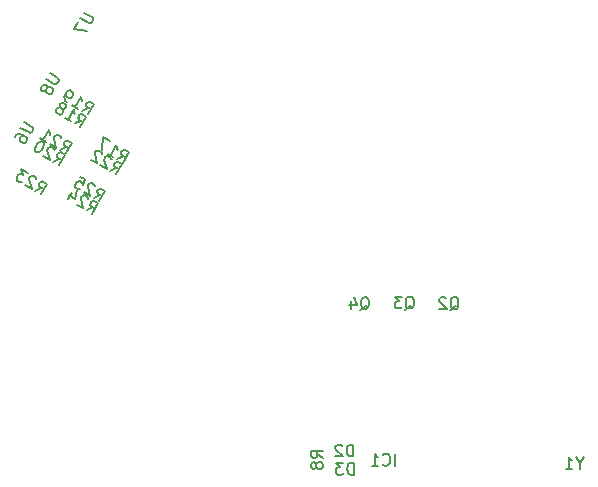
<source format=gbo>
G04 #@! TF.GenerationSoftware,KiCad,Pcbnew,(5.1.6)-1*
G04 #@! TF.CreationDate,2021-01-06T20:51:57+08:00*
G04 #@! TF.ProjectId,main_V1.0,6d61696e-5f56-4312-9e30-2e6b69636164,rev?*
G04 #@! TF.SameCoordinates,Original*
G04 #@! TF.FileFunction,Legend,Bot*
G04 #@! TF.FilePolarity,Positive*
%FSLAX46Y46*%
G04 Gerber Fmt 4.6, Leading zero omitted, Abs format (unit mm)*
G04 Created by KiCad (PCBNEW (5.1.6)-1) date 2021-01-06 20:51:57*
%MOMM*%
%LPD*%
G01*
G04 APERTURE LIST*
%ADD10C,0.150000*%
G04 APERTURE END LIST*
D10*
X37173240Y-7456901D02*
X37700010Y-7211175D01*
X37668111Y-7742616D02*
X38168111Y-6876590D01*
X37838197Y-6686114D01*
X37731909Y-6679734D01*
X37666860Y-6697164D01*
X37578002Y-6755833D01*
X37506573Y-6879551D01*
X37500193Y-6985839D01*
X37517623Y-7050888D01*
X37576292Y-7139747D01*
X37906207Y-7330223D01*
X37295706Y-6482878D02*
X37278276Y-6417830D01*
X37219607Y-6328971D01*
X37013411Y-6209924D01*
X36907123Y-6203544D01*
X36842074Y-6220974D01*
X36753215Y-6279643D01*
X36705596Y-6362121D01*
X36675407Y-6509649D01*
X36884565Y-7290235D01*
X36348454Y-6980711D01*
X36312343Y-5805162D02*
X36229864Y-5757543D01*
X36123576Y-5751163D01*
X36058527Y-5768593D01*
X35969669Y-5827262D01*
X35833191Y-5968410D01*
X35714144Y-6174606D01*
X35660145Y-6363373D01*
X35653765Y-6469661D01*
X35671195Y-6534710D01*
X35729864Y-6623568D01*
X35812343Y-6671187D01*
X35918631Y-6677567D01*
X35983680Y-6660137D01*
X36072538Y-6601468D01*
X36209015Y-6460320D01*
X36328063Y-6254124D01*
X36382062Y-6065357D01*
X36388441Y-5959069D01*
X36371012Y-5894020D01*
X36312343Y-5805162D01*
X40589540Y-10530301D02*
X41116310Y-10284575D01*
X41084411Y-10816016D02*
X41584411Y-9949990D01*
X41254497Y-9759514D01*
X41148209Y-9753134D01*
X41083160Y-9770564D01*
X40994302Y-9829233D01*
X40922873Y-9952951D01*
X40916493Y-10059239D01*
X40933923Y-10124288D01*
X40992592Y-10213147D01*
X41322507Y-10403623D01*
X40712006Y-9556278D02*
X40694576Y-9491230D01*
X40635907Y-9402371D01*
X40429711Y-9283324D01*
X40323423Y-9276944D01*
X40258374Y-9294374D01*
X40169515Y-9353043D01*
X40121896Y-9435521D01*
X40091707Y-9583049D01*
X40300865Y-10363635D01*
X39764754Y-10054111D01*
X39481207Y-8735705D02*
X39893600Y-8973800D01*
X39696744Y-9410002D01*
X39679314Y-9344954D01*
X39620645Y-9256095D01*
X39414448Y-9137048D01*
X39308160Y-9130668D01*
X39243112Y-9148098D01*
X39154253Y-9206767D01*
X39035206Y-9412963D01*
X39028826Y-9519251D01*
X39046256Y-9584300D01*
X39104925Y-9673159D01*
X39311121Y-9792206D01*
X39417409Y-9798586D01*
X39482458Y-9781156D01*
X39759300Y5150038D02*
X40460368Y4745276D01*
X40519037Y4656418D01*
X40536467Y4591369D01*
X40530087Y4485081D01*
X40434849Y4320123D01*
X40345991Y4261454D01*
X40280942Y4244025D01*
X40174654Y4250404D01*
X39473586Y4655166D01*
X39283109Y4325252D02*
X38949776Y3747902D01*
X40030087Y3619055D01*
X60015380Y-32535833D02*
X59539190Y-32202500D01*
X60015380Y-31964404D02*
X59015380Y-31964404D01*
X59015380Y-32345357D01*
X59063000Y-32440595D01*
X59110619Y-32488214D01*
X59205857Y-32535833D01*
X59348714Y-32535833D01*
X59443952Y-32488214D01*
X59491571Y-32440595D01*
X59539190Y-32345357D01*
X59539190Y-31964404D01*
X59443952Y-33107261D02*
X59396333Y-33012023D01*
X59348714Y-32964404D01*
X59253476Y-32916785D01*
X59205857Y-32916785D01*
X59110619Y-32964404D01*
X59063000Y-33012023D01*
X59015380Y-33107261D01*
X59015380Y-33297738D01*
X59063000Y-33392976D01*
X59110619Y-33440595D01*
X59205857Y-33488214D01*
X59253476Y-33488214D01*
X59348714Y-33440595D01*
X59396333Y-33392976D01*
X59443952Y-33297738D01*
X59443952Y-33107261D01*
X59491571Y-33012023D01*
X59539190Y-32964404D01*
X59634428Y-32916785D01*
X59824904Y-32916785D01*
X59920142Y-32964404D01*
X59967761Y-33012023D01*
X60015380Y-33107261D01*
X60015380Y-33297738D01*
X59967761Y-33392976D01*
X59920142Y-33440595D01*
X59824904Y-33488214D01*
X59634428Y-33488214D01*
X59539190Y-33440595D01*
X59491571Y-33392976D01*
X59443952Y-33297738D01*
X36863700Y6538D02*
X37564768Y-398223D01*
X37623437Y-487081D01*
X37640867Y-552130D01*
X37634487Y-658418D01*
X37539249Y-823376D01*
X37450391Y-882045D01*
X37385342Y-899474D01*
X37279054Y-893095D01*
X36577986Y-488333D01*
X36639616Y-1238729D02*
X36645995Y-1132441D01*
X36628565Y-1067392D01*
X36569896Y-978534D01*
X36528657Y-954725D01*
X36422369Y-948345D01*
X36357320Y-965775D01*
X36268462Y-1024444D01*
X36173224Y-1189401D01*
X36166844Y-1295689D01*
X36184274Y-1360738D01*
X36242943Y-1449596D01*
X36284182Y-1473406D01*
X36390470Y-1479786D01*
X36455519Y-1462356D01*
X36544377Y-1403687D01*
X36639616Y-1238729D01*
X36728474Y-1180060D01*
X36793523Y-1162631D01*
X36899811Y-1169010D01*
X37064768Y-1264248D01*
X37123437Y-1353107D01*
X37140867Y-1418156D01*
X37134487Y-1524444D01*
X37039249Y-1689401D01*
X36950391Y-1748070D01*
X36885342Y-1765500D01*
X36779054Y-1759120D01*
X36614097Y-1663882D01*
X36555427Y-1575024D01*
X36537998Y-1509975D01*
X36544377Y-1403687D01*
X34692000Y-4095561D02*
X35393068Y-4500323D01*
X35451737Y-4589181D01*
X35469167Y-4654230D01*
X35462787Y-4760518D01*
X35367549Y-4925476D01*
X35278691Y-4984145D01*
X35213642Y-5001574D01*
X35107354Y-4995195D01*
X34406286Y-4590433D01*
X33953905Y-5373980D02*
X34049143Y-5209022D01*
X34138001Y-5150353D01*
X34203050Y-5132923D01*
X34374387Y-5121873D01*
X34563154Y-5175872D01*
X34893068Y-5366348D01*
X34951737Y-5455207D01*
X34969167Y-5520256D01*
X34962787Y-5626544D01*
X34867549Y-5791501D01*
X34778691Y-5850170D01*
X34713642Y-5867600D01*
X34607354Y-5861220D01*
X34401157Y-5742172D01*
X34342488Y-5653314D01*
X34325058Y-5588265D01*
X34331438Y-5481977D01*
X34426676Y-5317020D01*
X34515535Y-5258351D01*
X34580583Y-5240921D01*
X34686872Y-5247301D01*
X40005340Y-11571701D02*
X40532110Y-11325975D01*
X40500211Y-11857416D02*
X41000211Y-10991390D01*
X40670297Y-10800914D01*
X40564009Y-10794534D01*
X40498960Y-10811964D01*
X40410102Y-10870633D01*
X40338673Y-10994351D01*
X40332293Y-11100639D01*
X40349723Y-11165688D01*
X40408392Y-11254547D01*
X40738307Y-11445023D01*
X40127806Y-10597678D02*
X40110376Y-10532630D01*
X40051707Y-10443771D01*
X39845511Y-10324724D01*
X39739223Y-10318344D01*
X39674174Y-10335774D01*
X39585315Y-10394443D01*
X39537696Y-10476921D01*
X39507507Y-10624449D01*
X39716665Y-11405035D01*
X39180554Y-11095511D01*
X38771579Y-10089589D02*
X38438246Y-10666940D01*
X39168252Y-9878722D02*
X39017306Y-10616360D01*
X38481195Y-10306836D01*
X35636540Y-9920701D02*
X36163310Y-9674975D01*
X36131411Y-10206416D02*
X36631411Y-9340390D01*
X36301497Y-9149914D01*
X36195209Y-9143534D01*
X36130160Y-9160964D01*
X36041302Y-9219633D01*
X35969873Y-9343351D01*
X35963493Y-9449639D01*
X35980923Y-9514688D01*
X36039592Y-9603547D01*
X36369507Y-9794023D01*
X35759006Y-8946678D02*
X35741576Y-8881630D01*
X35682907Y-8792771D01*
X35476711Y-8673724D01*
X35370423Y-8667344D01*
X35305374Y-8684774D01*
X35216515Y-8743443D01*
X35168896Y-8825921D01*
X35138707Y-8973449D01*
X35347865Y-9754035D01*
X34811754Y-9444511D01*
X35023078Y-8411819D02*
X34486967Y-8102295D01*
X34585166Y-8598876D01*
X34461448Y-8527448D01*
X34355160Y-8521068D01*
X34290112Y-8538498D01*
X34201253Y-8597167D01*
X34082206Y-8803363D01*
X34075826Y-8909651D01*
X34093256Y-8974700D01*
X34151925Y-9063559D01*
X34399360Y-9206416D01*
X34505649Y-9212795D01*
X34570697Y-9195366D01*
X41999240Y-8257001D02*
X42526010Y-8011275D01*
X42494111Y-8542716D02*
X42994111Y-7676690D01*
X42664197Y-7486214D01*
X42557909Y-7479834D01*
X42492860Y-7497264D01*
X42404002Y-7555933D01*
X42332573Y-7679651D01*
X42326193Y-7785939D01*
X42343623Y-7850988D01*
X42402292Y-7939847D01*
X42732207Y-8130323D01*
X42121706Y-7282978D02*
X42104276Y-7217930D01*
X42045607Y-7129071D01*
X41839411Y-7010024D01*
X41733123Y-7003644D01*
X41668074Y-7021074D01*
X41579215Y-7079743D01*
X41531596Y-7162221D01*
X41501407Y-7309749D01*
X41710565Y-8090335D01*
X41174454Y-7780811D01*
X41296920Y-6806788D02*
X41279490Y-6741739D01*
X41220821Y-6652881D01*
X41014625Y-6533833D01*
X40908337Y-6527453D01*
X40843288Y-6544883D01*
X40754429Y-6603552D01*
X40706810Y-6686031D01*
X40676621Y-6833558D01*
X40885778Y-7614144D01*
X40349667Y-7304621D01*
X37732040Y-6453601D02*
X38258810Y-6207875D01*
X38226911Y-6739316D02*
X38726911Y-5873290D01*
X38396997Y-5682814D01*
X38290709Y-5676434D01*
X38225660Y-5693864D01*
X38136802Y-5752533D01*
X38065373Y-5876251D01*
X38058993Y-5982539D01*
X38076423Y-6047588D01*
X38135092Y-6136447D01*
X38465007Y-6326923D01*
X37854506Y-5479578D02*
X37837076Y-5414530D01*
X37778407Y-5325671D01*
X37572211Y-5206624D01*
X37465923Y-5200244D01*
X37400874Y-5217674D01*
X37312015Y-5276343D01*
X37264396Y-5358821D01*
X37234207Y-5506349D01*
X37443365Y-6286935D01*
X36907254Y-5977411D01*
X36082467Y-5501221D02*
X36577339Y-5786935D01*
X36329903Y-5644078D02*
X36829903Y-4778052D01*
X36840953Y-4949389D01*
X36875813Y-5079487D01*
X36934482Y-5168345D01*
X39611640Y-3164301D02*
X40138410Y-2918575D01*
X40106511Y-3450016D02*
X40606511Y-2583990D01*
X40276597Y-2393514D01*
X40170309Y-2387134D01*
X40105260Y-2404564D01*
X40016402Y-2463233D01*
X39944973Y-2586951D01*
X39938593Y-2693239D01*
X39956023Y-2758288D01*
X40014692Y-2847147D01*
X40344607Y-3037623D01*
X38786854Y-2688111D02*
X39281725Y-2973825D01*
X39034289Y-2830968D02*
X39534289Y-1964943D01*
X39545339Y-2136280D01*
X39580199Y-2266377D01*
X39638868Y-2355236D01*
X38374460Y-2450016D02*
X38209503Y-2354778D01*
X38150834Y-2265919D01*
X38133404Y-2200870D01*
X38122354Y-2029534D01*
X38176353Y-1840767D01*
X38366829Y-1510852D01*
X38455688Y-1452183D01*
X38520737Y-1434753D01*
X38627025Y-1441133D01*
X38791982Y-1536371D01*
X38850651Y-1625230D01*
X38868081Y-1690278D01*
X38861701Y-1796567D01*
X38742653Y-2002763D01*
X38653795Y-2061432D01*
X38588746Y-2078862D01*
X38482458Y-2072482D01*
X38317501Y-1977244D01*
X38258832Y-1888386D01*
X38241402Y-1823337D01*
X38247782Y-1717049D01*
X38989340Y-4231101D02*
X39516110Y-3985375D01*
X39484211Y-4516816D02*
X39984211Y-3650790D01*
X39654297Y-3460314D01*
X39548009Y-3453934D01*
X39482960Y-3471364D01*
X39394102Y-3530033D01*
X39322673Y-3653751D01*
X39316293Y-3760039D01*
X39333723Y-3825088D01*
X39392392Y-3913947D01*
X39722307Y-4104423D01*
X38164554Y-3754911D02*
X38659425Y-4040625D01*
X38411989Y-3897768D02*
X38911989Y-3031743D01*
X38923039Y-3203080D01*
X38957899Y-3333177D01*
X39016568Y-3422036D01*
X37955396Y-2974325D02*
X38061684Y-2980705D01*
X38126733Y-2963275D01*
X38215591Y-2904606D01*
X38239401Y-2863367D01*
X38245781Y-2757078D01*
X38228351Y-2692030D01*
X38169682Y-2603171D01*
X38004725Y-2507933D01*
X37898437Y-2501553D01*
X37833388Y-2518983D01*
X37744529Y-2577652D01*
X37720720Y-2618892D01*
X37714340Y-2725180D01*
X37731770Y-2790229D01*
X37790439Y-2879087D01*
X37955396Y-2974325D01*
X38014065Y-3063183D01*
X38031495Y-3128232D01*
X38025115Y-3234520D01*
X37929877Y-3399478D01*
X37841019Y-3458147D01*
X37775970Y-3475576D01*
X37669682Y-3469197D01*
X37504725Y-3373959D01*
X37446056Y-3285100D01*
X37428626Y-3220051D01*
X37435006Y-3113763D01*
X37530244Y-2948806D01*
X37619102Y-2890137D01*
X37684151Y-2872707D01*
X37790439Y-2879087D01*
X42608840Y-7253701D02*
X43135610Y-7007975D01*
X43103711Y-7539416D02*
X43603711Y-6673390D01*
X43273797Y-6482914D01*
X43167509Y-6476534D01*
X43102460Y-6493964D01*
X43013602Y-6552633D01*
X42942173Y-6676351D01*
X42935793Y-6782639D01*
X42953223Y-6847688D01*
X43011892Y-6936547D01*
X43341807Y-7127023D01*
X41784054Y-6777511D02*
X42278925Y-7063225D01*
X42031489Y-6920368D02*
X42531489Y-6054343D01*
X42542539Y-6225680D01*
X42577399Y-6355777D01*
X42636068Y-6444636D01*
X41995378Y-5744819D02*
X41418028Y-5411486D01*
X41289182Y-6491797D01*
X81743490Y-32983490D02*
X81743490Y-33459680D01*
X82076823Y-32459680D02*
X81743490Y-32983490D01*
X81410157Y-32459680D01*
X80553014Y-33459680D02*
X81124442Y-33459680D01*
X80838728Y-33459680D02*
X80838728Y-32459680D01*
X80933966Y-32602538D01*
X81029204Y-32697776D01*
X81124442Y-32745395D01*
X63188838Y-20029419D02*
X63284076Y-19981800D01*
X63379314Y-19886561D01*
X63522171Y-19743704D01*
X63617409Y-19696085D01*
X63712647Y-19696085D01*
X63665028Y-19934180D02*
X63760266Y-19886561D01*
X63855504Y-19791323D01*
X63903123Y-19600847D01*
X63903123Y-19267514D01*
X63855504Y-19077038D01*
X63760266Y-18981800D01*
X63665028Y-18934180D01*
X63474552Y-18934180D01*
X63379314Y-18981800D01*
X63284076Y-19077038D01*
X63236457Y-19267514D01*
X63236457Y-19600847D01*
X63284076Y-19791323D01*
X63379314Y-19886561D01*
X63474552Y-19934180D01*
X63665028Y-19934180D01*
X62379314Y-19267514D02*
X62379314Y-19934180D01*
X62617409Y-18886561D02*
X62855504Y-19600847D01*
X62236457Y-19600847D01*
X66986138Y-19991319D02*
X67081376Y-19943700D01*
X67176614Y-19848461D01*
X67319471Y-19705604D01*
X67414709Y-19657985D01*
X67509947Y-19657985D01*
X67462328Y-19896080D02*
X67557566Y-19848461D01*
X67652804Y-19753223D01*
X67700423Y-19562747D01*
X67700423Y-19229414D01*
X67652804Y-19038938D01*
X67557566Y-18943700D01*
X67462328Y-18896080D01*
X67271852Y-18896080D01*
X67176614Y-18943700D01*
X67081376Y-19038938D01*
X67033757Y-19229414D01*
X67033757Y-19562747D01*
X67081376Y-19753223D01*
X67176614Y-19848461D01*
X67271852Y-19896080D01*
X67462328Y-19896080D01*
X66700423Y-18896080D02*
X66081376Y-18896080D01*
X66414709Y-19277033D01*
X66271852Y-19277033D01*
X66176614Y-19324652D01*
X66128995Y-19372271D01*
X66081376Y-19467509D01*
X66081376Y-19705604D01*
X66128995Y-19800842D01*
X66176614Y-19848461D01*
X66271852Y-19896080D01*
X66557566Y-19896080D01*
X66652804Y-19848461D01*
X66700423Y-19800842D01*
X70770738Y-20042119D02*
X70865976Y-19994500D01*
X70961214Y-19899261D01*
X71104071Y-19756404D01*
X71199309Y-19708785D01*
X71294547Y-19708785D01*
X71246928Y-19946880D02*
X71342166Y-19899261D01*
X71437404Y-19804023D01*
X71485023Y-19613547D01*
X71485023Y-19280214D01*
X71437404Y-19089738D01*
X71342166Y-18994500D01*
X71246928Y-18946880D01*
X71056452Y-18946880D01*
X70961214Y-18994500D01*
X70865976Y-19089738D01*
X70818357Y-19280214D01*
X70818357Y-19613547D01*
X70865976Y-19804023D01*
X70961214Y-19899261D01*
X71056452Y-19946880D01*
X71246928Y-19946880D01*
X70437404Y-19042119D02*
X70389785Y-18994500D01*
X70294547Y-18946880D01*
X70056452Y-18946880D01*
X69961214Y-18994500D01*
X69913595Y-19042119D01*
X69865976Y-19137357D01*
X69865976Y-19232595D01*
X69913595Y-19375452D01*
X70485023Y-19946880D01*
X69865976Y-19946880D01*
X66127190Y-33192980D02*
X66127190Y-32192980D01*
X65079571Y-33097742D02*
X65127190Y-33145361D01*
X65270047Y-33192980D01*
X65365285Y-33192980D01*
X65508142Y-33145361D01*
X65603380Y-33050123D01*
X65651000Y-32954885D01*
X65698619Y-32764409D01*
X65698619Y-32621552D01*
X65651000Y-32431076D01*
X65603380Y-32335838D01*
X65508142Y-32240600D01*
X65365285Y-32192980D01*
X65270047Y-32192980D01*
X65127190Y-32240600D01*
X65079571Y-32288219D01*
X64127190Y-33192980D02*
X64698619Y-33192980D01*
X64412904Y-33192980D02*
X64412904Y-32192980D01*
X64508142Y-32335838D01*
X64603380Y-32431076D01*
X64698619Y-32478695D01*
X62625195Y-33954980D02*
X62625195Y-32954980D01*
X62387100Y-32954980D01*
X62244242Y-33002600D01*
X62149004Y-33097838D01*
X62101385Y-33193076D01*
X62053766Y-33383552D01*
X62053766Y-33526409D01*
X62101385Y-33716885D01*
X62149004Y-33812123D01*
X62244242Y-33907361D01*
X62387100Y-33954980D01*
X62625195Y-33954980D01*
X61720433Y-32954980D02*
X61101385Y-32954980D01*
X61434719Y-33335933D01*
X61291861Y-33335933D01*
X61196623Y-33383552D01*
X61149004Y-33431171D01*
X61101385Y-33526409D01*
X61101385Y-33764504D01*
X61149004Y-33859742D01*
X61196623Y-33907361D01*
X61291861Y-33954980D01*
X61577576Y-33954980D01*
X61672814Y-33907361D01*
X61720433Y-33859742D01*
X62599795Y-32418280D02*
X62599795Y-31418280D01*
X62361700Y-31418280D01*
X62218842Y-31465900D01*
X62123604Y-31561138D01*
X62075985Y-31656376D01*
X62028366Y-31846852D01*
X62028366Y-31989709D01*
X62075985Y-32180185D01*
X62123604Y-32275423D01*
X62218842Y-32370661D01*
X62361700Y-32418280D01*
X62599795Y-32418280D01*
X61647414Y-31513519D02*
X61599795Y-31465900D01*
X61504557Y-31418280D01*
X61266461Y-31418280D01*
X61171223Y-31465900D01*
X61123604Y-31513519D01*
X61075985Y-31608757D01*
X61075985Y-31703995D01*
X61123604Y-31846852D01*
X61695033Y-32418280D01*
X61075985Y-32418280D01*
M02*

</source>
